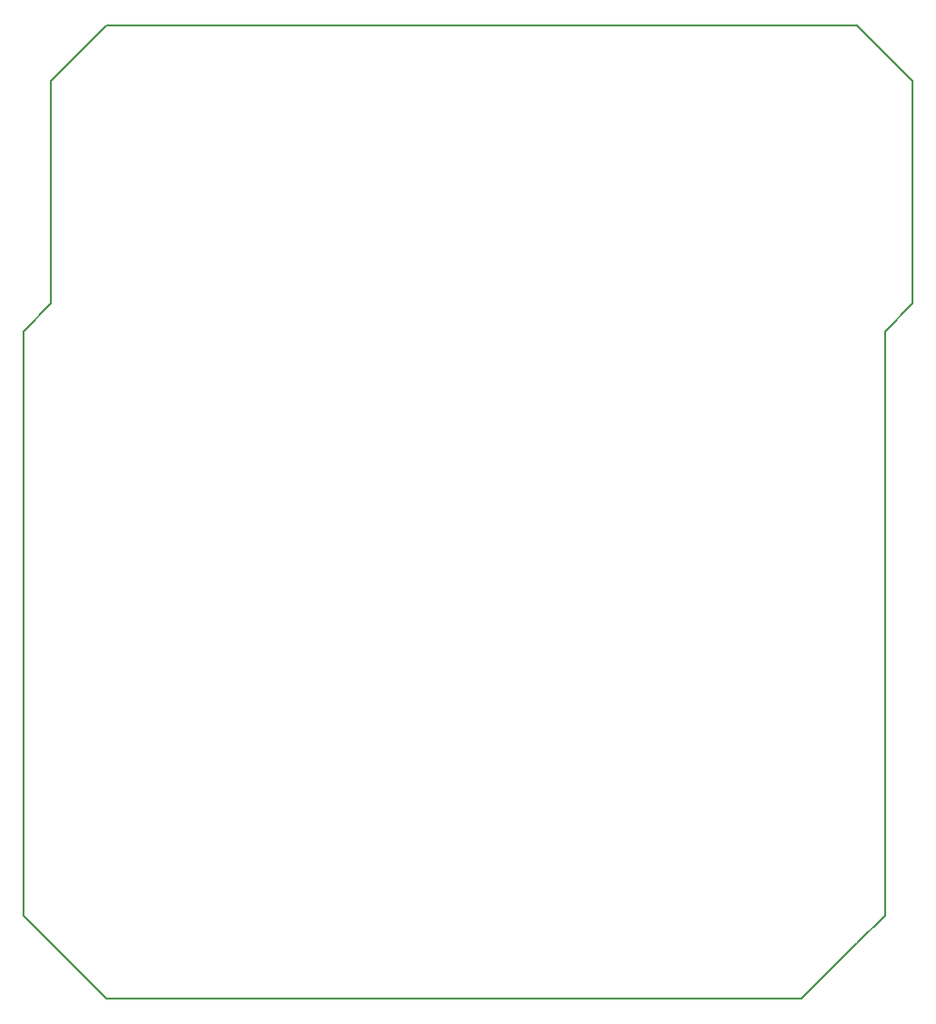
<source format=gbr>
G04 #@! TF.GenerationSoftware,KiCad,Pcbnew,(5.0.0)*
G04 #@! TF.CreationDate,2020-08-08T12:19:43-04:00*
G04 #@! TF.ProjectId,WS2812 Clock,57533238313220436C6F636B2E6B6963,rev?*
G04 #@! TF.SameCoordinates,Original*
G04 #@! TF.FileFunction,Profile,NP*
%FSLAX46Y46*%
G04 Gerber Fmt 4.6, Leading zero omitted, Abs format (unit mm)*
G04 Created by KiCad (PCBNEW (5.0.0)) date 08/08/20 12:19:43*
%MOMM*%
%LPD*%
G01*
G04 APERTURE LIST*
%ADD10C,0.150000*%
G04 APERTURE END LIST*
D10*
X245000000Y-30000000D02*
X240000000Y-30000000D01*
X240000000Y-117500000D02*
X235000000Y-117500000D01*
X240000000Y-30000000D02*
X177500000Y-30000000D01*
X245000000Y-112500000D02*
X240000000Y-117500000D01*
X247500000Y-110000000D02*
X245000000Y-112500000D01*
X247500000Y-80000000D02*
X247500000Y-57500000D01*
X247500000Y-90000000D02*
X247500000Y-80000000D01*
X247500000Y-90000000D02*
X247500000Y-110000000D01*
X245000000Y-30000000D02*
X250000000Y-35000000D01*
X247500000Y-57500000D02*
X250000000Y-55000000D01*
X250000000Y-55000000D02*
X250000000Y-35000000D01*
X170000000Y-110000000D02*
X172500000Y-112500000D01*
X170000000Y-90000000D02*
X170000000Y-110000000D01*
X170000000Y-80000000D02*
X170000000Y-57500000D01*
X172500000Y-55000000D02*
X170000000Y-57500000D01*
X172500000Y-55000000D02*
X172500000Y-35000000D01*
X170000000Y-90000000D02*
X170000000Y-80000000D01*
X177500000Y-117500000D02*
X235000000Y-117500000D01*
X172500000Y-112500000D02*
X177500000Y-117500000D01*
X177500000Y-30000000D02*
X172500000Y-35000000D01*
M02*

</source>
